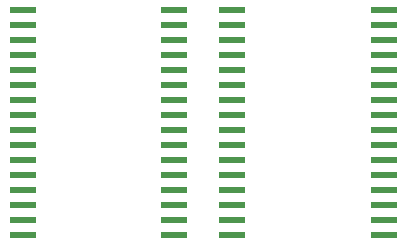
<source format=gbr>
%TF.GenerationSoftware,KiCad,Pcbnew,(6.0.5)*%
%TF.CreationDate,2022-11-15T11:28:17-03:00*%
%TF.ProjectId,MSX OPL4 Wozblaster,4d535820-4f50-44c3-9420-576f7a626c61,rev?*%
%TF.SameCoordinates,Original*%
%TF.FileFunction,Paste,Bot*%
%TF.FilePolarity,Positive*%
%FSLAX46Y46*%
G04 Gerber Fmt 4.6, Leading zero omitted, Abs format (unit mm)*
G04 Created by KiCad (PCBNEW (6.0.5)) date 2022-11-15 11:28:17*
%MOMM*%
%LPD*%
G01*
G04 APERTURE LIST*
%ADD10R,2.200000X0.600000*%
G04 APERTURE END LIST*
D10*
%TO.C,U$4*%
X123766000Y-73555000D03*
X123766000Y-87525000D03*
X123766000Y-72285000D03*
X123766000Y-74825000D03*
X123766000Y-76095000D03*
X123766000Y-88795000D03*
X123766000Y-86255000D03*
X123766000Y-84985000D03*
X123766000Y-78635000D03*
X123766000Y-82445000D03*
X123766000Y-77365000D03*
X123766000Y-79905000D03*
X123766000Y-83715000D03*
X123766000Y-81175000D03*
X123766000Y-90065000D03*
X123766000Y-91335000D03*
X110934000Y-91335000D03*
X110934000Y-90065000D03*
X110934000Y-88795000D03*
X110934000Y-87525000D03*
X110934000Y-86255000D03*
X110934000Y-84985000D03*
X110934000Y-83715000D03*
X110934000Y-82445000D03*
X110934000Y-81175000D03*
X110934000Y-79905000D03*
X110934000Y-78635000D03*
X110934000Y-77365000D03*
X110934000Y-76095000D03*
X110934000Y-74825000D03*
X110934000Y-73555000D03*
X110934000Y-72285000D03*
%TD*%
%TO.C,U$5*%
X141486000Y-73555000D03*
X141486000Y-87525000D03*
X141486000Y-72285000D03*
X141486000Y-74825000D03*
X141486000Y-76095000D03*
X141486000Y-88795000D03*
X141486000Y-86255000D03*
X141486000Y-84985000D03*
X141486000Y-78635000D03*
X141486000Y-82445000D03*
X141486000Y-77365000D03*
X141486000Y-79905000D03*
X141486000Y-83715000D03*
X141486000Y-81175000D03*
X141486000Y-90065000D03*
X141486000Y-91335000D03*
X128654000Y-91335000D03*
X128654000Y-90065000D03*
X128654000Y-88795000D03*
X128654000Y-87525000D03*
X128654000Y-86255000D03*
X128654000Y-84985000D03*
X128654000Y-83715000D03*
X128654000Y-82445000D03*
X128654000Y-81175000D03*
X128654000Y-79905000D03*
X128654000Y-78635000D03*
X128654000Y-77365000D03*
X128654000Y-76095000D03*
X128654000Y-74825000D03*
X128654000Y-73555000D03*
X128654000Y-72285000D03*
%TD*%
M02*

</source>
